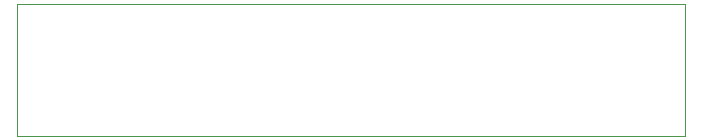
<source format=gm1>
G04 #@! TF.GenerationSoftware,KiCad,Pcbnew,(5.1.6-0)*
G04 #@! TF.CreationDate,2023-03-04T09:46:59+01:00*
G04 #@! TF.ProjectId,Vidiot,56696469-6f74-42e6-9b69-6361645f7063,rev?*
G04 #@! TF.SameCoordinates,Original*
G04 #@! TF.FileFunction,Profile,NP*
%FSLAX46Y46*%
G04 Gerber Fmt 4.6, Leading zero omitted, Abs format (unit mm)*
G04 Created by KiCad (PCBNEW (5.1.6-0)) date 2023-03-04 09:46:59*
%MOMM*%
%LPD*%
G01*
G04 APERTURE LIST*
G04 #@! TA.AperFunction,Profile*
%ADD10C,0.100000*%
G04 #@! TD*
G04 APERTURE END LIST*
D10*
X99060000Y-50546000D02*
X99060000Y-61722000D01*
X42545000Y-50546000D02*
X99060000Y-50546000D01*
X42545000Y-61722000D02*
X42545000Y-50546000D01*
X99060000Y-61722000D02*
X42545000Y-61722000D01*
M02*

</source>
